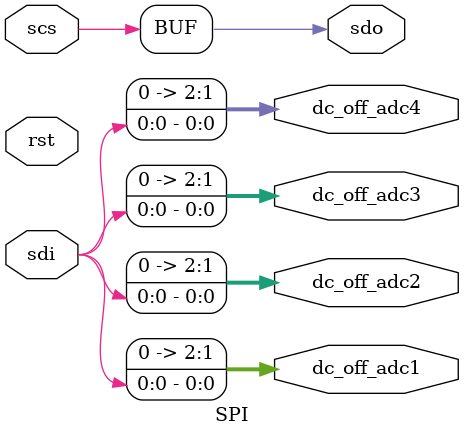
<source format=v>
module SPI(scs, sdi, sdo, rst, dc_off_adc1, dc_off_adc2, dc_off_adc3, dc_off_adc4);

	input scs, sdi, rst;
	output sdo;
	output signed [2:0] dc_off_adc1, dc_off_adc2, dc_off_adc3, dc_off_adc4;

	assign sdo = scs;
	assign dc_off_adc1 = sdi;
	assign dc_off_adc2 = sdi;
       assign dc_off_adc3 = sdi;
	assign dc_off_adc4 = sdi;

endmodule 

</source>
